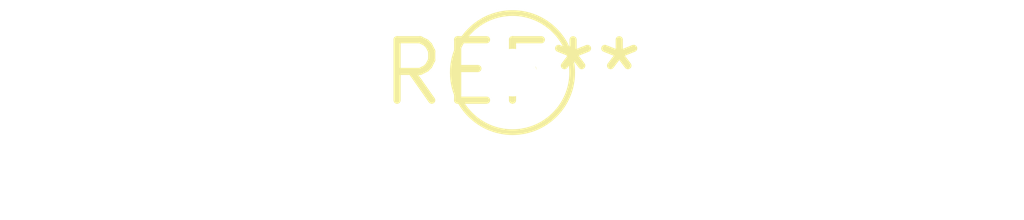
<source format=kicad_pcb>
(kicad_pcb (version 20240108) (generator pcbnew)
  (layers (0 "F.Cu" signal) (31 "B.Cu" signal) (34 "B.Paste" user) (35 "F.Paste" user) (36 "B.SilkS" user "B.Silkscreen") (37 "F.SilkS" user "F.Silkscreen") (38 "B.Mask" user) (39 "F.Mask" user) (44 "Edge.Cuts" user))
  (net 0 "")
  (footprint "Pin_D1.0mm_L10.0mm" (layer "F.Cu") (at 0 0)
    (property "Reference" "REF**")
    (property "Value" "Pin_D1.0mm_L10.0mm")
    (fp_circle (center 0 0) (end 1.25 0.05) (layer "F.SilkS") (stroke (width 0.12)) (fill none))
    (pad "1" thru_hole circle (at 0 0) (size 2 2) (drill 1) (layers *.Cu *.Mask) (remove_unused_layers))
  )
)
</source>
